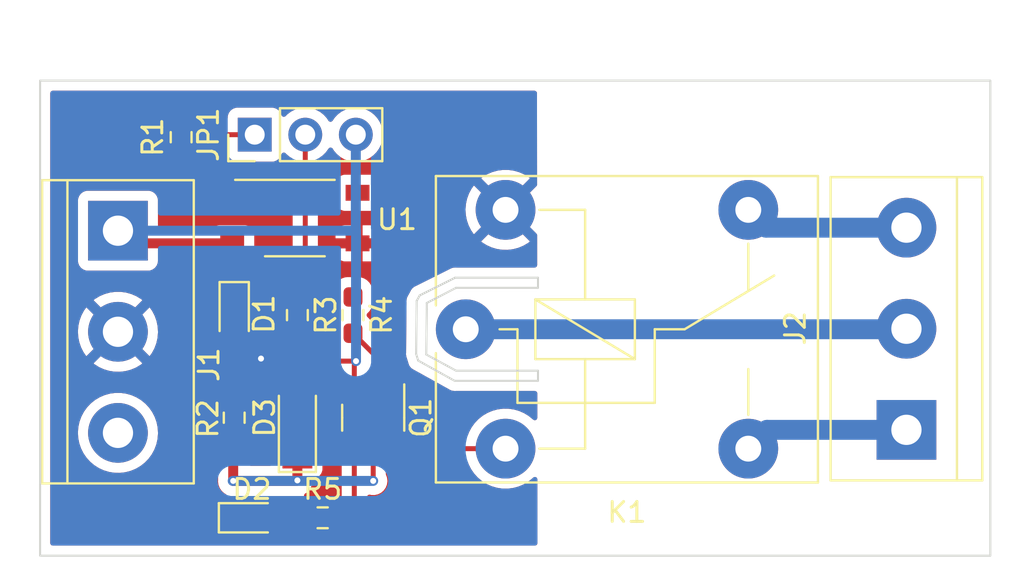
<source format=kicad_pcb>
(kicad_pcb (version 20211014) (generator pcbnew)
  (layers (0 "F.Cu" signal) (31 "B.Cu" signal) (34 "B.Paste" user) (35 "F.Paste" user) (36 "B.SilkS" user "B.Silkscreen") (37 "F.SilkS" user "F.Silkscreen") (38 "B.Mask" user) (39 "F.Mask" user) (44 "Edge.Cuts" user))
  (net 0 "")
  (net 1 "Net-(J1-Pad1)")
  (net 3 "Net-(JP1-Pad1)")
  (net 6 "Net-(K1-Pad14)")
  (net 7 "Net-(J2-Pad2)")
  (net 8 "Net-(K1-Pad12)")
  (net 9 "GND")
  (net 10 "Net-(JP1-Pad2)")
  (net 11 "Net-(R1-Pad1)")
  (net 12 "Net-(Q1-Pad3)")
  (net 13 "Net-(R2-Pad2)")
  (net 14 "Net-(Q1-Pad1)")
  (net 15 "Net-(R5-Pad1)")
  (footprint "LED_SMD:LED_0603_1608Metric_Pad1.05x0.95mm_HandSolder" (layer "F.Cu") (at 108.077 95.6818 -90)
    (fp_text reference "D1" (at -0.0508 -1.4986 90) (layer "F.SilkS"))
    (fp_text value "LED")
    (fp_line (start 0.8 -0.735) (end -1.66 -0.735) (layer "F.SilkS") (width 0.12))
    (fp_line (start -1.66 -0.735) (end -1.66 0.735) (layer "F.SilkS") (width 0.12))
    (fp_line (start -1.66 0.735) (end 0.8 0.735) (layer "F.SilkS") (width 0.12))
    (pad "1" smd roundrect (at -0.875 0 270) (size 1.05 0.95) (layers "F.Cu" "F.Paste" "F.Mask") (net 9 "GND"))
    (pad "2" smd roundrect (at 0.875 0 270) (size 1.05 0.95) (layers "F.Cu" "F.Paste" "F.Mask") (net 13 "Net-(R2-Pad2)"))
  )
  (footprint "LED_SMD:LED_0603_1608Metric_Pad1.05x0.95mm_HandSolder" (layer "F.Cu") (at 108.966 105.8672)
    (fp_text reference "D2" (at 0 -1.43) (layer "F.SilkS"))
    (fp_text value "LED")
    (fp_line (start -1.66 -0.735) (end -1.66 0.735) (layer "F.SilkS") (width 0.12))
    (fp_line (start 0.8 -0.735) (end -1.66 -0.735) (layer "F.SilkS") (width 0.12))
    (fp_line (start -1.66 0.735) (end 0.8 0.735) (layer "F.SilkS") (width 0.12))
    (pad "1" smd roundrect (at -0.875 0) (size 1.05 0.95) (layers "F.Cu" "F.Paste" "F.Mask") (net 9 "GND"))
    (pad "2" smd roundrect (at 0.875 0) (size 1.05 0.95) (layers "F.Cu" "F.Paste" "F.Mask") (net 15 "Net-(R5-Pad1)"))
  )
  (footprint "Connector_PinHeader_2.54mm:PinHeader_1x03_P2.54mm_Vertical" (layer "F.Cu") (at 109.108 86.614 90)
    (fp_text reference "JP1" (at 0 -2.33 90) (layer "F.SilkS"))
    (fp_text value "High/Low Jumper")
    (fp_line (start -1.33 6.41) (end 1.33 6.41) (layer "F.SilkS") (width 0.12))
    (fp_line (start -1.33 1.27) (end 1.33 1.27) (layer "F.SilkS") (width 0.12))
    (fp_line (start -1.33 -1.33) (end 0 -1.33) (layer "F.SilkS") (width 0.12))
    (fp_line (start -1.33 1.27) (end -1.33 6.41) (layer "F.SilkS") (width 0.12))
    (fp_line (start -1.33 0) (end -1.33 -1.33) (layer "F.SilkS") (width 0.12))
    (fp_line (start 1.33 1.27) (end 1.33 6.41) (layer "F.SilkS") (width 0.12))
    (pad "1" thru_hole rect (at 0 0 90) (size 1.7 1.7) (drill 1) (layers *.Cu *.Mask) (net 3 "Net-(JP1-Pad1)"))
    (pad "2" thru_hole oval (at 0 2.54 90) (size 1.7 1.7) (drill 1) (layers *.Cu *.Mask) (net 10 "Net-(JP1-Pad2)"))
    (pad "3" thru_hole oval (at 0 5.08 90) (size 1.7 1.7) (drill 1) (layers *.Cu *.Mask) (net 1 "Net-(J1-Pad1)"))
  )
  (footprint "Resistor_SMD:R_0603_1608Metric_Pad0.98x0.95mm_HandSolder" (layer "F.Cu") (at 112.522 105.8672)
    (fp_text reference "R5" (at 0 -1.43) (layer "F.SilkS"))
    (fp_text value "R")
    (fp_line (start -0.254724 0.5225) (end 0.254724 0.5225) (layer "F.SilkS") (width 0.12))
    (fp_line (start -0.254724 -0.5225) (end 0.254724 -0.5225) (layer "F.SilkS") (width 0.12))
    (pad "1" smd roundrect (at -0.9125 0) (size 0.975 0.95) (layers "F.Cu" "F.Paste" "F.Mask") (net 15 "Net-(R5-Pad1)"))
    (pad "2" smd roundrect (at 0.9125 0) (size 0.975 0.95) (layers "F.Cu" "F.Paste" "F.Mask") (net 1 "Net-(J1-Pad1)"))
  )
  (footprint "Resistor_SMD:R_0603_1608Metric_Pad0.98x0.95mm_HandSolder" (layer "F.Cu") (at 108.077 100.838 90)
    (fp_text reference "R2" (at -0.0508 -1.3208 90) (layer "F.SilkS"))
    (fp_text value "R")
    (fp_line (start -0.254724 -0.5225) (end 0.254724 -0.5225) (layer "F.SilkS") (width 0.12))
    (fp_line (start -0.254724 0.5225) (end 0.254724 0.5225) (layer "F.SilkS") (width 0.12))
    (pad "1" smd roundrect (at -0.9125 0 90) (size 0.975 0.95) (layers "F.Cu" "F.Paste" "F.Mask") (net 12 "Net-(Q1-Pad3)"))
    (pad "2" smd roundrect (at 0.9125 0 90) (size 0.975 0.95) (layers "F.Cu" "F.Paste" "F.Mask") (net 13 "Net-(R2-Pad2)"))
  )
  (footprint "Package_TO_SOT_SMD:SOT-23" (layer "F.Cu") (at 115.062 100.838 -90)
    (fp_text reference "Q1" (at 0 -2.4 90) (layer "F.SilkS"))
    (fp_text value "S8550")
    (fp_line (start 0 1.56) (end -0.65 1.56) (layer "F.SilkS") (width 0.12))
    (fp_line (start 0 -1.56) (end -1.675 -1.56) (layer "F.SilkS") (width 0.12))
    (fp_line (start 0 -1.56) (end 0.65 -1.56) (layer "F.SilkS") (width 0.12))
    (fp_line (start 0 1.56) (end 0.65 1.56) (layer "F.SilkS") (width 0.12))
    (pad "1" smd roundrect (at -0.9375 -0.95 270) (size 1.475 0.6) (layers "F.Cu" "F.Paste" "F.Mask") (net 14 "Net-(Q1-Pad1)"))
    (pad "2" smd roundrect (at -0.9375 0.95 270) (size 1.475 0.6) (layers "F.Cu" "F.Paste" "F.Mask") (net 1 "Net-(J1-Pad1)"))
    (pad "3" smd roundrect (at 0.9375 0 270) (size 1.475 0.6) (layers "F.Cu" "F.Paste" "F.Mask") (net 12 "Net-(Q1-Pad3)"))
  )
  (footprint "Diode_SMD:D_MicroMELF_Handsoldering" (layer "F.Cu") (at 111.252 100.838 90)
    (fp_text reference "D3" (at 0 -1.651 90) (layer "F.SilkS"))
    (fp_text value "D")
    (fp_line (start 1.1 -0.93) (end -2.73 -0.93) (layer "F.SilkS") (width 0.12))
    (fp_line (start -2.73 0.93) (end 1.1 0.93) (layer "F.SilkS") (width 0.12))
    (fp_line (start -2.73 -0.93) (end -2.73 0.93) (layer "F.SilkS") (width 0.12))
    (pad "1" smd rect (at -1.45 0 90) (size 2.2 1.5) (layers "F.Cu" "F.Paste" "F.Mask") (net 12 "Net-(Q1-Pad3)"))
    (pad "2" smd rect (at 1.45 0 90) (size 2.2 1.5) (layers "F.Cu" "F.Paste" "F.Mask") (net 9 "GND"))
  )
  (footprint "Package_SO:MFSOP6-4_4.4x3.6mm_P1.27mm" (layer "F.Cu") (at 111.125 90.805)
    (fp_text reference "U1" (at 5.1308 0.0762) (layer "F.SilkS"))
    (fp_text value "Octocupler")
    (fp_line (start -3 -1.92) (end 2 -1.92) (layer "F.SilkS") (width 0.12))
    (fp_line (start 1.5 1.92) (end -1.5 1.92) (layer "F.SilkS") (width 0.12))
    (pad "1" smd rect (at -3.15 -1.27) (size 1.2 0.8) (layers "F.Cu" "F.Paste" "F.Mask") (net 11 "Net-(R1-Pad1)"))
    (pad "3" smd rect (at -3.15 1.27) (size 1.2 0.8) (layers "F.Cu" "F.Paste" "F.Mask") (net 1 "Net-(J1-Pad1)"))
    (pad "4" smd rect (at 3.15 1.27) (size 1.2 0.8) (layers "F.Cu" "F.Paste" "F.Mask") (net 9 "GND"))
    (pad "6" smd rect (at 3.15 -1.27) (size 1.2 0.8) (layers "F.Cu" "F.Paste" "F.Mask"))
  )
  (footprint "Resistor_SMD:R_0603_1608Metric_Pad0.98x0.95mm_HandSolder" (layer "F.Cu") (at 111.252 95.6818 -90)
    (fp_text reference "R3" (at 0 -1.43 90) (layer "F.SilkS"))
    (fp_text value "R")
    (fp_line (start -0.254724 0.5225) (end 0.254724 0.5225) (layer "F.SilkS") (width 0.12))
    (fp_line (start -0.254724 -0.5225) (end 0.254724 -0.5225) (layer "F.SilkS") (width 0.12))
    (pad "1" smd roundrect (at -0.9125 0 270) (size 0.975 0.95) (layers "F.Cu" "F.Paste" "F.Mask") (net 10 "Net-(JP1-Pad2)"))
    (pad "2" smd roundrect (at 0.9125 0 270) (size 0.975 0.95) (layers "F.Cu" "F.Paste" "F.Mask") (net 1 "Net-(J1-Pad1)"))
  )
  (footprint "Relay_THT:Relay_SPDT_Finder_36.11" (layer "F.Cu") (at 119.712 96.393)
    (fp_text reference "K1" (at 8.1 9.2) (layer "F.SilkS"))
    (fp_text value "12V Relay")
    (fp_line (start 9.5 0) (end 9.5 3.7) (layer "F.SilkS") (width 0.12))
    (fp_line (start 14.2 -4.3) (end 14.2 -2) (layer "F.SilkS") (width 0.12))
    (fp_line (start 6 -6) (end 6 -1.5) (layer "F.SilkS") (width 0.12))
    (fp_line (start 2.6 0) (end 1.7 0) (layer "F.SilkS") (width 0.12))
    (fp_line (start 8.5 1.5) (end 3.5 1.5) (layer "F.SilkS") (width 0.12))
    (fp_line (start 6 -6) (end 3.7 -6) (layer "F.SilkS") (width 0.12))
    (fp_line (start -1.5 -7.7) (end -1.5 -1.2) (layer "F.SilkS") (width 0.12))
    (fp_line (start 3.5 1.5) (end 3.5 -1.5) (layer "F.SilkS") (width 0.12))
    (fp_line (start 2.6 0) (end 2.6 3.7) (layer "F.SilkS") (width 0.12))
    (fp_line (start 9.5 0) (end 11 0) (layer "F.SilkS") (width 0.12))
    (fp_line (start 17.7 7.7) (end -1.5 7.7) (layer "F.SilkS") (width 0.12))
    (fp_line (start 6 1.5) (end 6 6) (layer "F.SilkS") (width 0.12))
    (fp_line (start 8.5 1.5) (end 3.5 -1.5) (layer "F.SilkS") (width 0.12))
    (fp_line (start 14.2 4.3) (end 14.2 2) (layer "F.SilkS") (width 0.12))
    (fp_line (start 17.7 -7.7) (end 17.7 7.7) (layer "F.SilkS") (width 0.12))
    (fp_line (start 3.5 -1.5) (end 8.5 -1.5) (layer "F.SilkS") (width 0.12))
    (fp_line (start -1.5 1.2) (end -1.5 7.7) (layer "F.SilkS") (width 0.12))
    (fp_line (start -1.5 -7.7) (end 17.7 -7.7) (layer "F.SilkS") (width 0.12))
    (fp_line (start 3.7 6) (end 6 6) (layer "F.SilkS") (width 0.12))
    (fp_line (start 11 0) (end 15.5 -2.7) (layer "F.SilkS") (width 0.12))
    (fp_line (start 9.5 3.7) (end 2.6 3.7) (layer "F.SilkS") (width 0.12))
    (fp_line (start 8.5 -1.5) (end 8.5 1.5) (layer "F.SilkS") (width 0.12))
    (pad "11" thru_hole circle (at 0 0) (size 3 3) (drill 1.3) (layers *.Cu *.Mask) (net 7 "Net-(J2-Pad2)"))
    (pad "12" thru_hole circle (at 14.2 -6) (size 3 3) (drill 1.3) (layers *.Cu *.Mask) (net 8 "Net-(K1-Pad12)"))
    (pad "14" thru_hole circle (at 14.2 6) (size 3 3) (drill 1.3) (layers *.Cu *.Mask) (net 6 "Net-(K1-Pad14)"))
    (pad "A1" thru_hole circle (at 2 6) (size 3 3) (drill 1.3) (layers *.Cu *.Mask) (net 12 "Net-(Q1-Pad3)"))
    (pad "A2" thru_hole circle (at 2 -6) (size 3 3) (drill 1.3) (layers *.Cu *.Mask) (net 9 "GND"))
  )
  (footprint "TerminalBlock:TerminalBlock_bornier-3_P5.08mm" (layer "F.Cu") (at 102.235 91.44 -90)
    (fp_text reference "J1" (at 6.731 -4.572 90) (layer "F.SilkS"))
    (fp_text value "Inputs")
    (fp_line (start -2.54 2.54) (end 12.7 2.54) (layer "F.SilkS") (width 0.12))
    (fp_line (start -2.54 3.81) (end 12.7 3.81) (layer "F.SilkS") (width 0.12))
    (fp_line (start -2.54 -3.81) (end 12.7 -3.81) (layer "F.SilkS") (width 0.12))
    (fp_line (start -2.54 3.81) (end -2.54 -3.81) (layer "F.SilkS") (width 0.12))
    (fp_line (start 12.7 3.81) (end 12.7 -3.81) (layer "F.SilkS") (width 0.12))
    (pad "1" thru_hole rect (at 0 0 270) (size 3 3) (drill 1.52) (layers *.Cu *.Mask) (net 1 "Net-(J1-Pad1)"))
    (pad "2" thru_hole circle (at 5.08 0 270) (size 3 3) (drill 1.52) (layers *.Cu *.Mask) (net 9 "GND"))
    (pad "3" thru_hole circle (at 10.16 0 270) (size 3 3) (drill 1.52) (layers *.Cu *.Mask))
  )
  (footprint "Resistor_SMD:R_0603_1608Metric_Pad0.98x0.95mm_HandSolder" (layer "F.Cu") (at 105.41 86.741 90)
    (fp_text reference "R1" (at 0 -1.43 90) (layer "F.SilkS"))
    (fp_text value "R")
    (fp_line (start -0.254724 -0.5225) (end 0.254724 -0.5225) (layer "F.SilkS") (width 0.12))
    (fp_line (start -0.254724 0.5225) (end 0.254724 0.5225) (layer "F.SilkS") (width 0.12))
    (pad "1" smd roundrect (at -0.9125 0 90) (size 0.975 0.95) (layers "F.Cu" "F.Paste" "F.Mask") (net 11 "Net-(R1-Pad1)"))
    (pad "2" smd roundrect (at 0.9125 0 90) (size 0.975 0.95) (layers "F.Cu" "F.Paste" "F.Mask") (net 3 "Net-(JP1-Pad1)"))
  )
  (footprint "TerminalBlock:TerminalBlock_bornier-3_P5.08mm" (layer "F.Cu") (at 141.859 101.4476 90)
    (fp_text reference "J2" (at 5.1054 -5.588 90) (layer "F.SilkS"))
    (fp_text value "Outputs")
    (fp_line (start -2.54 3.81) (end 12.7 3.81) (layer "F.SilkS") (width 0.12))
    (fp_line (start -2.54 3.81) (end -2.54 -3.81) (layer "F.SilkS") (width 0.12))
    (fp_line (start -2.54 2.54) (end 12.7 2.54) (layer "F.SilkS") (width 0.12))
    (fp_line (start -2.54 -3.81) (end 12.7 -3.81) (layer "F.SilkS") (width 0.12))
    (fp_line (start 12.7 3.81) (end 12.7 -3.81) (layer "F.SilkS") (width 0.12))
    (pad "1" thru_hole rect (at 0 0 90) (size 3 3) (drill 1.52) (layers *.Cu *.Mask) (net 6 "Net-(K1-Pad14)"))
    (pad "2" thru_hole circle (at 5.08 0 90) (size 3 3) (drill 1.52) (layers *.Cu *.Mask) (net 7 "Net-(J2-Pad2)"))
    (pad "3" thru_hole circle (at 10.16 0 90) (size 3 3) (drill 1.52) (layers *.Cu *.Mask) (net 8 "Net-(K1-Pad12)"))
  )
  (footprint "Resistor_SMD:R_0603_1608Metric_Pad0.98x0.95mm_HandSolder" (layer "F.Cu") (at 114.046 95.6818 -90)
    (fp_text reference "R4" (at 0 -1.43 90) (layer "F.SilkS"))
    (fp_text value "R")
    (fp_line (start -0.254724 -0.5225) (end 0.254724 -0.5225) (layer "F.SilkS") (width 0.12))
    (fp_line (start -0.254724 0.5225) (end 0.254724 0.5225) (layer "F.SilkS") (width 0.12))
    (pad "1" smd roundrect (at -0.9125 0 270) (size 0.975 0.95) (layers "F.Cu" "F.Paste" "F.Mask"))
    (pad "2" smd roundrect (at 0.9125 0 270) (size 0.975 0.95) (layers "F.Cu" "F.Paste" "F.Mask") (net 14 "Net-(Q1-Pad1)"))
  )
  (gr_rect (start 98.3234 83.8962) (end 146.0754 107.7722) (layer "Edge.Cuts") (width 0.1) (fill none))
  (gr_line (start 119.1768 93.8022) (end 123.3424 93.8022) (layer "Edge.Cuts") (width 0.1))
  (gr_line (start 123.3424 98.9838) (end 123.3424 98.4758) (layer "Edge.Cuts") (width 0.1))
  (gr_line (start 117.3226 97.9678) (end 117.221 97.6376) (layer "Edge.Cuts") (width 0.1))
  (gr_line (start 119.2276 98.4758) (end 117.729 97.663) (layer "Edge.Cuts") (width 0.1))
  (gr_line (start 117.3988 94.6912) (end 119.1768 93.8022) (layer "Edge.Cuts") (width 0.1))
  (gr_line (start 119.2276 94.3102) (end 117.7544 95.0722) (layer "Edge.Cuts") (width 0.1))
  (gr_line (start 117.729 97.663) (end 117.7544 95.377) (layer "Edge.Cuts") (width 0.1))
  (gr_line (start 123.3424 94.3102) (end 119.2276 94.3102) (layer "Edge.Cuts") (width 0.1))
  (gr_line (start 117.221 97.6376) (end 117.2464 94.9706) (layer "Edge.Cuts") (width 0.1))
  (gr_line (start 119.1514 98.9838) (end 117.3226 97.9678) (layer "Edge.Cuts") (width 0.1))
  (gr_line (start 117.7544 95.0722) (end 117.7544 95.377) (layer "Edge.Cuts") (width 0.1))
  (gr_line (start 123.3424 98.4758) (end 119.2276 98.4758) (layer "Edge.Cuts") (width 0.1))
  (gr_line (start 123.3424 98.9838) (end 119.1514 98.9838) (layer "Edge.Cuts") (width 0.1))
  (gr_line (start 117.2464 94.9706) (end 117.3988 94.6912) (layer "Edge.Cuts") (width 0.1))
  (gr_line (start 123.3424 93.8022) (end 123.3424 94.3102) (layer "Edge.Cuts") (width 0.1))
  (segment (start 112.6509 97.9932) (end 111.252 96.5943) (width 0.25) (layer "F.Cu") (net 1))
  (segment (start 114.112 98.0796) (end 114.1984 97.9932) (width 0.25) (layer "F.Cu") (net 1))
  (segment (start 107.975 92.075) (end 102.87 92.075) (width 0.5) (layer "F.Cu") (net 1))
  (segment (start 102.87 92.075) (end 102.235 91.44) (width 1) (layer "F.Cu") (net 1))
  (segment (start 114.112 99.9005) (end 114.112 105.1897) (width 0.25) (layer "F.Cu") (net 1))
  (segment (start 114.112 99.9005) (end 114.112 98.0796) (width 0.25) (layer "F.Cu") (net 1))
  (segment (start 114.112 105.1897) (end 113.4345 105.8672) (width 0.25) (layer "F.Cu") (net 1))
  (segment (start 114.1984 97.9932) (end 112.6509 97.9932) (width 0.25) (layer "F.Cu") (net 1))
  (via (at 114.1984 97.9932) (size 0.4) (drill 0.3) (layers "F.Cu" "B.Cu") (net 1))
  (segment (start 114.1984 91.44) (end 114.1984 97.9932) (width 0.5) (layer "B.Cu") (net 1))
  (segment (start 102.235 91.44) (end 114.173 91.44) (width 0.5) (layer "B.Cu") (net 1))
  (segment (start 114.173 91.44) (end 114.188 91.425) (width 0.25) (layer "B.Cu") (net 1))
  (segment (start 114.188 91.425) (end 114.188 86.614) (width 0.5) (layer "B.Cu") (net 1))
  (segment (start 105.41 85.8285) (end 106.6057 85.8285) (width 0.25) (layer "F.Cu") (net 3))
  (segment (start 106.6057 85.8285) (end 107.3912 86.614) (width 0.25) (layer "F.Cu") (net 3))
  (segment (start 107.3912 86.614) (end 109.108 86.614) (width 0.25) (layer "F.Cu") (net 3))
  (segment (start 134.8574 101.4476) (end 133.912 102.393) (width 1) (layer "B.Cu") (net 6))
  (segment (start 141.859 101.4476) (end 134.8574 101.4476) (width 1) (layer "B.Cu") (net 6))
  (segment (start 119.712 96.393) (end 141.8336 96.393) (width 1) (layer "B.Cu") (net 7))
  (segment (start 141.8336 96.393) (end 141.859 96.3676) (width 0.25) (layer "B.Cu") (net 7))
  (segment (start 134.8066 91.2876) (end 133.912 90.393) (width 1) (layer "B.Cu") (net 8))
  (segment (start 141.859 91.2876) (end 134.8066 91.2876) (width 1) (layer "B.Cu") (net 8))
  (via (at 109.4232 97.8662) (size 0.4) (drill 0.3) (layers "F.Cu" "B.Cu") (net 9))
  (segment (start 111.648 93.6875) (end 111.125 94.2105) (width 0.25) (layer "F.Cu") (net 10))
  (segment (start 111.648 86.614) (end 111.648 93.6875) (width 0.25) (layer "F.Cu") (net 10))
  (segment (start 107.975 89.535) (end 107.2915 89.535) (width 0.25) (layer "F.Cu") (net 11))
  (segment (start 107.2915 89.535) (end 105.41 87.6535) (width 0.25) (layer "F.Cu") (net 11))
  (segment (start 115.062 101.7755) (end 115.6795 102.393) (width 0.25) (layer "F.Cu") (net 12))
  (segment (start 108.0262 104.01415) (end 108.0262 101.8013) (width 0.5) (layer "F.Cu") (net 12))
  (segment (start 115.6795 102.393) (end 121.712 102.393) (width 0.25) (layer "F.Cu") (net 12))
  (segment (start 115.062 101.7755) (end 115.062 104.01415) (width 0.25) (layer "F.Cu") (net 12))
  (segment (start 111.2266 104.01415) (end 108.0262 104.01415) (width 0.5) (layer "F.Cu") (net 12))
  (segment (start 108.0262 101.8013) (end 108.077 101.7505) (width 0.5) (layer "F.Cu") (net 12))
  (segment (start 111.252 102.27055) (end 111.252 103.98875) (width 0.5) (layer "F.Cu") (net 12))
  (via (at 115.062 104.01415) (size 0.4) (drill 0.3) (layers "F.Cu" "B.Cu") (net 12))
  (via (at 111.252 103.9876) (size 0.4) (drill 0.3) (layers "F.Cu" "B.Cu") (net 12))
  (via (at 108.0262 104.01415) (size 0.4) (drill 0.3) (layers "F.Cu" "B.Cu") (net 12))
  (segment (start 115.062 104.01415) (end 108.0008 104.01415) (width 0.5) (layer "B.Cu") (net 12))
  (segment (start 108.077 99.9255) (end 108.077 96.5568) (width 0.25) (layer "F.Cu") (net 13))
  (segment (start 114.046 96.5943) (end 114.046 96.5962) (width 0.25) (layer "F.Cu") (net 14))
  (segment (start 116.012 98.5622) (end 116.012 99.9005) (width 0.25) (layer "F.Cu") (net 14))
  (segment (start 114.046 96.5962) (end 116.012 98.5622) (width 0.25) (layer "F.Cu") (net 14))
  (segment (start 111.6095 105.8672) (end 109.841 105.8672) (width 0.25) (layer "F.Cu") (net 15))
  (zone (net 9) (net_name "GND") (layer "F.Cu") (connect_pads (clearance 0.508)) (min_thickness 0.254) (fill yes (thermal_gap 0.508) (thermal_bridge_width 0.508))
    (polygon (pts (xy 123.317 107.7722) (xy 98.3234 107.7722) (xy 98.3234 83.8962) (xy 123.2916 83.8962)))
  )
  (zone (net 9) (net_name "GND") (layer "B.Cu") (connect_pads (clearance 0.508)) (min_thickness 0.254) (fill yes (thermal_gap 0.508) (thermal_bridge_width 0.508))
    (polygon (pts (xy 123.317 107.7722) (xy 98.3234 107.7722) (xy 98.3234 83.8962) (xy 123.2916 83.8962)))
  )
)
</source>
